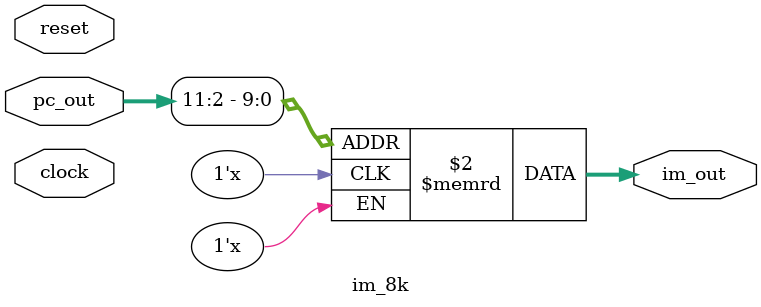
<source format=v>
module im_8k (
    input          clock,
    input          reset,
    input  [31: 0] pc_out,
    output [31: 0] im_out
);
    reg    [31: 0] im[2047: 0];             // instruction memory, which is an instruction pool

    always @(posedge reset) begin
        // $readmemh("./data/r_text", im, 0, 2047);
    end

    assign im_out = im[pc_out[11: 2]];
    
endmodule // im_8k
</source>
